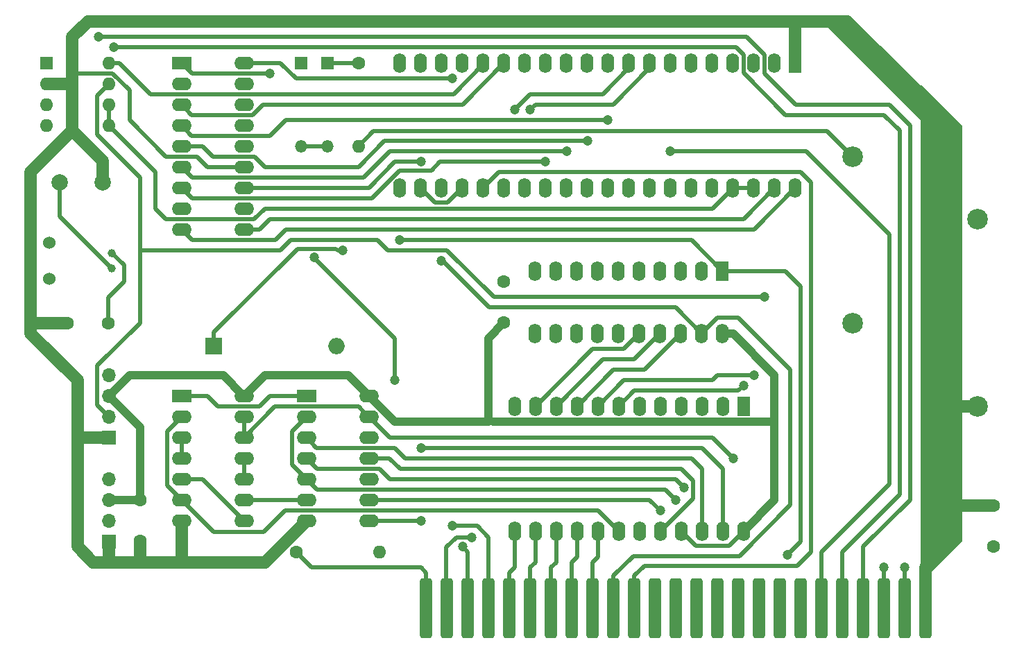
<source format=gbr>
%TF.GenerationSoftware,KiCad,Pcbnew,7.0.5-0*%
%TF.CreationDate,2023-06-19T18:26:53+02:00*%
%TF.ProjectId,Apple TimeMaster - reloaded,4170706c-6520-4546-996d-654d61737465,rev?*%
%TF.SameCoordinates,Original*%
%TF.FileFunction,Copper,L2,Bot*%
%TF.FilePolarity,Positive*%
%FSLAX46Y46*%
G04 Gerber Fmt 4.6, Leading zero omitted, Abs format (unit mm)*
G04 Created by KiCad (PCBNEW 7.0.5-0) date 2023-06-19 18:26:53*
%MOMM*%
%LPD*%
G01*
G04 APERTURE LIST*
G04 Aperture macros list*
%AMRoundRect*
0 Rectangle with rounded corners*
0 $1 Rounding radius*
0 $2 $3 $4 $5 $6 $7 $8 $9 X,Y pos of 4 corners*
0 Add a 4 corners polygon primitive as box body*
4,1,4,$2,$3,$4,$5,$6,$7,$8,$9,$2,$3,0*
0 Add four circle primitives for the rounded corners*
1,1,$1+$1,$2,$3*
1,1,$1+$1,$4,$5*
1,1,$1+$1,$6,$7*
1,1,$1+$1,$8,$9*
0 Add four rect primitives between the rounded corners*
20,1,$1+$1,$2,$3,$4,$5,0*
20,1,$1+$1,$4,$5,$6,$7,0*
20,1,$1+$1,$6,$7,$8,$9,0*
20,1,$1+$1,$8,$9,$2,$3,0*%
G04 Aperture macros list end*
%TA.AperFunction,ComponentPad*%
%ADD10C,1.600000*%
%TD*%
%TA.AperFunction,ComponentPad*%
%ADD11R,2.000000X2.000000*%
%TD*%
%TA.AperFunction,ComponentPad*%
%ADD12O,2.000000X2.000000*%
%TD*%
%TA.AperFunction,ComponentPad*%
%ADD13R,1.500000X1.500000*%
%TD*%
%TA.AperFunction,ComponentPad*%
%ADD14O,1.500000X1.500000*%
%TD*%
%TA.AperFunction,ComponentPad*%
%ADD15O,1.600000X1.600000*%
%TD*%
%TA.AperFunction,ComponentPad*%
%ADD16R,2.400000X1.600000*%
%TD*%
%TA.AperFunction,ComponentPad*%
%ADD17O,2.400000X1.600000*%
%TD*%
%TA.AperFunction,ComponentPad*%
%ADD18R,1.600000X2.400000*%
%TD*%
%TA.AperFunction,ComponentPad*%
%ADD19O,1.600000X2.400000*%
%TD*%
%TA.AperFunction,ComponentPad*%
%ADD20C,1.000000*%
%TD*%
%TA.AperFunction,ComponentPad*%
%ADD21C,1.524000*%
%TD*%
%TA.AperFunction,ComponentPad*%
%ADD22R,1.700000X1.700000*%
%TD*%
%TA.AperFunction,ComponentPad*%
%ADD23O,1.700000X1.700000*%
%TD*%
%TA.AperFunction,SMDPad,CuDef*%
%ADD24RoundRect,0.381000X0.381000X3.289000X-0.381000X3.289000X-0.381000X-3.289000X0.381000X-3.289000X0*%
%TD*%
%TA.AperFunction,ComponentPad*%
%ADD25C,2.524000*%
%TD*%
%TA.AperFunction,ComponentPad*%
%ADD26R,1.600000X1.600000*%
%TD*%
%TA.AperFunction,ComponentPad*%
%ADD27C,2.000000*%
%TD*%
%TA.AperFunction,ViaPad*%
%ADD28C,1.200000*%
%TD*%
%TA.AperFunction,Conductor*%
%ADD29C,1.000000*%
%TD*%
%TA.AperFunction,Conductor*%
%ADD30C,0.500000*%
%TD*%
%TA.AperFunction,Conductor*%
%ADD31C,1.500000*%
%TD*%
G04 APERTURE END LIST*
D10*
%TO.P,C5,1*%
%TO.N,/VSS*%
X137150000Y-90210000D03*
%TO.P,C5,2*%
%TO.N,Net-(D1-K)*%
X137150000Y-95210000D03*
%TD*%
D11*
%TO.P,C6,1*%
%TO.N,Net-(D2-K)*%
X101720000Y-98032500D03*
D12*
%TO.P,C6,2*%
%TO.N,/VSS*%
X116720000Y-98032500D03*
%TD*%
D13*
%TO.P,D1,1,K*%
%TO.N,Net-(D1-K)*%
X112395000Y-63500000D03*
D14*
%TO.P,D1,2,A*%
%TO.N,Net-(D1-A)*%
X112395000Y-73660000D03*
%TD*%
D10*
%TO.P,R2,1*%
%TO.N,Net-(J1-+12V)*%
X111760000Y-123190000D03*
D15*
%TO.P,R2,2*%
%TO.N,Net-(D1-A)*%
X121920000Y-123190000D03*
%TD*%
D16*
%TO.P,U1,1,VDD*%
%TO.N,Net-(D2-K)*%
X97790000Y-63500000D03*
D17*
%TO.P,U1,2,WRITE*%
%TO.N,Net-(U1-WRITE)*%
X97790000Y-66040000D03*
%TO.P,U1,3,READ*%
%TO.N,Net-(U1-READ)*%
X97790000Y-68580000D03*
%TO.P,U1,4,A0*%
%TO.N,/AC0*%
X97790000Y-71120000D03*
%TO.P,U1,5,A1*%
%TO.N,/AC1*%
X97790000Y-73660000D03*
%TO.P,U1,6,A2*%
%TO.N,/AC2*%
X97790000Y-76200000D03*
%TO.P,U1,7,A3*%
%TO.N,/AC3*%
X97790000Y-78740000D03*
%TO.P,U1,8,CS*%
%TO.N,Net-(D1-K)*%
X97790000Y-81280000D03*
%TO.P,U1,9,D0*%
%TO.N,Net-(U1-D0)*%
X97790000Y-83820000D03*
%TO.P,U1,10,D1*%
%TO.N,Net-(U1-D1)*%
X105410000Y-83820000D03*
%TO.P,U1,11,D2*%
%TO.N,Net-(U1-D2)*%
X105410000Y-81280000D03*
%TO.P,U1,12,D3*%
%TO.N,Net-(U1-D3)*%
X105410000Y-78740000D03*
%TO.P,U1,13,VSS*%
%TO.N,/VSS*%
X105410000Y-76200000D03*
%TO.P,U1,14,TEST*%
%TO.N,unconnected-(U1-TEST-Pad14)*%
X105410000Y-73660000D03*
%TO.P,U1,15,ADJ*%
%TO.N,Net-(J2-Pin_4)*%
X105410000Y-71120000D03*
%TO.P,U1,16,XT*%
%TO.N,Net-(U1-XT)*%
X105410000Y-68580000D03*
%TO.P,U1,17,/XT*%
%TO.N,Net-(U1-{slash}XT)*%
X105410000Y-66040000D03*
%TO.P,U1,18,HOLD*%
%TO.N,Net-(U1-HOLD)*%
X105410000Y-63500000D03*
%TD*%
D10*
%TO.P,C4,1*%
%TO.N,/VSS*%
X92710000Y-121880000D03*
%TO.P,C4,2*%
%TO.N,Net-(D1-K)*%
X92710000Y-116880000D03*
%TD*%
D18*
%TO.P,U3,1,VSS*%
%TO.N,/VSS*%
X172715000Y-63500000D03*
D19*
%TO.P,U3,2,PA0*%
%TO.N,Net-(U1-D0)*%
X170175000Y-63500000D03*
%TO.P,U3,3,PA1*%
%TO.N,Net-(U1-D1)*%
X167635000Y-63500000D03*
%TO.P,U3,4,PA2*%
%TO.N,Net-(U1-D2)*%
X165095000Y-63500000D03*
%TO.P,U3,5,PA3*%
%TO.N,Net-(U1-D3)*%
X162555000Y-63500000D03*
%TO.P,U3,6,PA4*%
%TO.N,Net-(J2-Pin_2)*%
X160015000Y-63500000D03*
%TO.P,U3,7,PA5*%
%TO.N,unconnected-(U3-PA5-Pad7)*%
X157475000Y-63500000D03*
%TO.P,U3,8,PA6*%
%TO.N,Net-(J3-Pin_2)*%
X154935000Y-63500000D03*
%TO.P,U3,9,PA7*%
%TO.N,Net-(J3-Pin_4)*%
X152395000Y-63500000D03*
%TO.P,U3,10,PB0*%
%TO.N,/AC0*%
X149855000Y-63500000D03*
%TO.P,U3,11,PB1*%
%TO.N,/AC1*%
X147315000Y-63500000D03*
%TO.P,U3,12,PB2*%
%TO.N,/AC2*%
X144775000Y-63500000D03*
%TO.P,U3,13,PB3*%
%TO.N,/AC3*%
X142235000Y-63500000D03*
%TO.P,U3,14,PB4*%
%TO.N,Net-(U1-HOLD)*%
X139695000Y-63500000D03*
%TO.P,U3,15,PB5*%
%TO.N,Net-(U1-READ)*%
X137155000Y-63500000D03*
%TO.P,U3,16,PB6*%
%TO.N,Net-(U3-PB6)*%
X134615000Y-63500000D03*
%TO.P,U3,17,PB7*%
%TO.N,unconnected-(U3-PB7-Pad17)*%
X132075000Y-63500000D03*
%TO.P,U3,18,CB1*%
%TO.N,Net-(U1-D2)*%
X129535000Y-63500000D03*
%TO.P,U3,19,CB2*%
%TO.N,Net-(U1-D3)*%
X126995000Y-63500000D03*
%TO.P,U3,20,VCC*%
%TO.N,Net-(D1-K)*%
X124455000Y-63500000D03*
%TO.P,U3,21,R/W*%
%TO.N,Net-(J1-R{slash}W)*%
X124455000Y-78740000D03*
%TO.P,U3,22,CS0*%
%TO.N,Net-(D1-K)*%
X126995000Y-78740000D03*
%TO.P,U3,23,/CS2*%
%TO.N,Net-(J1-{slash}DEVSEL)*%
X129535000Y-78740000D03*
%TO.P,U3,24,CS1*%
%TO.N,Net-(D1-K)*%
X132075000Y-78740000D03*
%TO.P,U3,25,E*%
%TO.N,Net-(J1-PHIO)*%
X134615000Y-78740000D03*
%TO.P,U3,26,D7*%
%TO.N,Net-(U2-A7)*%
X137155000Y-78740000D03*
%TO.P,U3,27,D6*%
%TO.N,Net-(U2-A6)*%
X139695000Y-78740000D03*
%TO.P,U3,28,D5*%
%TO.N,Net-(U2-A5)*%
X142235000Y-78740000D03*
%TO.P,U3,29,D4*%
%TO.N,Net-(U2-A4)*%
X144775000Y-78740000D03*
%TO.P,U3,30,D3*%
%TO.N,Net-(U2-A3)*%
X147315000Y-78740000D03*
%TO.P,U3,31,D2*%
%TO.N,Net-(U2-A2)*%
X149855000Y-78740000D03*
%TO.P,U3,32,D1*%
%TO.N,Net-(U2-A1)*%
X152395000Y-78740000D03*
%TO.P,U3,33,D0*%
%TO.N,Net-(U2-A0)*%
X154935000Y-78740000D03*
%TO.P,U3,34,/RES*%
%TO.N,Net-(J1-{slash}RES)*%
X157475000Y-78740000D03*
%TO.P,U3,35,RS1*%
%TO.N,/A1*%
X160015000Y-78740000D03*
%TO.P,U3,36,RS0*%
%TO.N,/A0*%
X162555000Y-78740000D03*
%TO.P,U3,37,/IRQB*%
%TO.N,Net-(U3-{slash}IRQA)*%
X165095000Y-78740000D03*
%TO.P,U3,38,/IRQA*%
X167635000Y-78740000D03*
%TO.P,U3,39,CA2*%
%TO.N,Net-(U1-D1)*%
X170175000Y-78740000D03*
%TO.P,U3,40,CA1*%
%TO.N,Net-(U1-D0)*%
X172715000Y-78740000D03*
%TD*%
D16*
%TO.P,U6,1*%
%TO.N,Net-(J1-{slash}IOSEL)*%
X113040000Y-104135000D03*
D17*
%TO.P,U6,2*%
%TO.N,/A9*%
X113040000Y-106675000D03*
%TO.P,U6,3*%
%TO.N,Net-(U4-A9)*%
X113040000Y-109215000D03*
%TO.P,U6,4*%
%TO.N,/A10*%
X113040000Y-111755000D03*
%TO.P,U6,5*%
%TO.N,/A9*%
X113040000Y-114295000D03*
%TO.P,U6,6*%
%TO.N,Net-(U5-Pad9)*%
X113040000Y-116835000D03*
%TO.P,U6,7,VSS*%
%TO.N,/VSS*%
X113040000Y-119375000D03*
%TO.P,U6,8*%
%TO.N,Net-(U4-A8)*%
X120660000Y-119375000D03*
%TO.P,U6,9*%
%TO.N,/A8*%
X120660000Y-116835000D03*
%TO.P,U6,10*%
%TO.N,Net-(J1-{slash}IOSEL)*%
X120660000Y-114295000D03*
%TO.P,U6,11*%
%TO.N,Net-(U4-{slash}G_VPP)*%
X120660000Y-111755000D03*
%TO.P,U6,12*%
%TO.N,Net-(J1-{slash}IOSEL)*%
X120660000Y-109215000D03*
%TO.P,U6,13*%
%TO.N,Net-(J1-{slash}IOSTRB)*%
X120660000Y-106675000D03*
%TO.P,U6,14,VCC*%
%TO.N,Net-(D1-K)*%
X120660000Y-104135000D03*
%TD*%
D20*
%TO.P,XTAL1,1,1*%
%TO.N,Net-(U1-{slash}XT)*%
X89300000Y-86677500D03*
%TO.P,XTAL1,2,2*%
%TO.N,Net-(U1-XT)*%
X89300000Y-88577500D03*
D21*
%TO.P,XTAL1,3*%
%TO.N,N/C*%
X81680000Y-89852500D03*
%TO.P,XTAL1,4*%
X81680000Y-85407500D03*
%TD*%
D22*
%TO.P,J3,1,Pin_1*%
%TO.N,/VSS*%
X88900000Y-121920000D03*
D23*
%TO.P,J3,2,Pin_2*%
%TO.N,Net-(J3-Pin_2)*%
X88900000Y-119380000D03*
%TO.P,J3,3,Pin_3*%
%TO.N,Net-(D1-K)*%
X88900000Y-116840000D03*
%TO.P,J3,4,Pin_4*%
%TO.N,Net-(J3-Pin_4)*%
X88900000Y-114300000D03*
%TD*%
D10*
%TO.P,C2,1*%
%TO.N,/VSS*%
X83860000Y-95250000D03*
%TO.P,C2,2*%
%TO.N,Net-(U1-{slash}XT)*%
X88860000Y-95250000D03*
%TD*%
%TO.P,R1,1*%
%TO.N,Net-(D2-K)*%
X119380000Y-63500000D03*
D15*
%TO.P,R1,2*%
%TO.N,Net-(BT1-+)*%
X119380000Y-73660000D03*
%TD*%
D22*
%TO.P,J2,1,Pin_1*%
%TO.N,/VSS*%
X88900000Y-109220000D03*
D23*
%TO.P,J2,2,Pin_2*%
%TO.N,Net-(J2-Pin_2)*%
X88900000Y-106680000D03*
%TO.P,J2,3,Pin_3*%
%TO.N,Net-(D1-K)*%
X88900000Y-104140000D03*
%TO.P,J2,4,Pin_4*%
%TO.N,Net-(J2-Pin_4)*%
X88900000Y-101600000D03*
%TD*%
D24*
%TO.P,J1,26,GND*%
%TO.N,/VSS*%
X188595000Y-130075000D03*
%TO.P,J1,27,DMAin*%
%TO.N,Net-(J1-DMAin)*%
X186055000Y-130075000D03*
%TO.P,J1,28,INTin*%
%TO.N,Net-(J1-INTin)*%
X183515000Y-130075000D03*
%TO.P,J1,29,/NMI*%
%TO.N,Net-(J1-{slash}NMI)*%
X180975000Y-130075000D03*
%TO.P,J1,30,/IRQ*%
%TO.N,Net-(J1-{slash}IRQ)*%
X178435000Y-130075000D03*
%TO.P,J1,31,/RES*%
%TO.N,Net-(J1-{slash}RES)*%
X175895000Y-130075000D03*
%TO.P,J1,32,/INH*%
%TO.N,unconnected-(J1-{slash}INH-Pad32)*%
X173355000Y-130075000D03*
%TO.P,J1,33,-12V*%
%TO.N,unconnected-(J1--12V-Pad33)*%
X170815000Y-130075000D03*
%TO.P,J1,34,-5V*%
%TO.N,unconnected-(J1--5V-Pad34)*%
X168275000Y-130075000D03*
%TO.P,J1,35,COLOR_R.*%
%TO.N,unconnected-(J1-COLOR_R.-Pad35)*%
X165735000Y-130075000D03*
%TO.P,J1,36,7M*%
%TO.N,unconnected-(J1-7M-Pad36)*%
X163195000Y-130075000D03*
%TO.P,J1,37,Q3*%
%TO.N,unconnected-(J1-Q3-Pad37)*%
X160655000Y-130075000D03*
%TO.P,J1,38,PHI1*%
%TO.N,unconnected-(J1-PHI1-Pad38)*%
X158115000Y-130075000D03*
%TO.P,J1,39,USER1*%
%TO.N,unconnected-(J1-USER1-Pad39)*%
X155575000Y-130075000D03*
%TO.P,J1,40,PHIO*%
%TO.N,Net-(J1-PHIO)*%
X153035000Y-130075000D03*
%TO.P,J1,41,/DEVSEL*%
%TO.N,Net-(J1-{slash}DEVSEL)*%
X150495000Y-130075000D03*
%TO.P,J1,42,D7*%
%TO.N,/D7*%
X147955000Y-130075000D03*
%TO.P,J1,43,D6*%
%TO.N,/D6*%
X145415000Y-130075000D03*
%TO.P,J1,44,D5*%
%TO.N,/D5*%
X142875000Y-130075000D03*
%TO.P,J1,45,D4*%
%TO.N,/D4*%
X140335000Y-130075000D03*
%TO.P,J1,46,D3*%
%TO.N,/D3*%
X137795000Y-130075000D03*
%TO.P,J1,47,D2*%
%TO.N,/D2*%
X135255000Y-130075000D03*
%TO.P,J1,48,D1*%
%TO.N,/D1*%
X132715000Y-130075000D03*
%TO.P,J1,49,D0*%
%TO.N,/D0*%
X130175000Y-130075000D03*
%TO.P,J1,50,+12V*%
%TO.N,Net-(J1-+12V)*%
X127635000Y-130075000D03*
%TD*%
D18*
%TO.P,U2,1,A->B*%
%TO.N,Net-(J1-R{slash}W)*%
X163820000Y-88910000D03*
D19*
%TO.P,U2,2,A0*%
%TO.N,Net-(U2-A0)*%
X161280000Y-88910000D03*
%TO.P,U2,3,A1*%
%TO.N,Net-(U2-A1)*%
X158740000Y-88910000D03*
%TO.P,U2,4,A2*%
%TO.N,Net-(U2-A2)*%
X156200000Y-88910000D03*
%TO.P,U2,5,A3*%
%TO.N,Net-(U2-A3)*%
X153660000Y-88910000D03*
%TO.P,U2,6,A4*%
%TO.N,Net-(U2-A4)*%
X151120000Y-88910000D03*
%TO.P,U2,7,A5*%
%TO.N,Net-(U2-A5)*%
X148580000Y-88910000D03*
%TO.P,U2,8,A6*%
%TO.N,Net-(U2-A6)*%
X146040000Y-88910000D03*
%TO.P,U2,9,A7*%
%TO.N,Net-(U2-A7)*%
X143500000Y-88910000D03*
%TO.P,U2,10,GND*%
%TO.N,/VSS*%
X140960000Y-88910000D03*
%TO.P,U2,11,B7*%
%TO.N,/D7*%
X140960000Y-96530000D03*
%TO.P,U2,12,B6*%
%TO.N,/D6*%
X143500000Y-96530000D03*
%TO.P,U2,13,B5*%
%TO.N,/D5*%
X146040000Y-96530000D03*
%TO.P,U2,14,B4*%
%TO.N,/D4*%
X148580000Y-96530000D03*
%TO.P,U2,15,B3*%
%TO.N,/D3*%
X151120000Y-96530000D03*
%TO.P,U2,16,B2*%
%TO.N,/D2*%
X153660000Y-96530000D03*
%TO.P,U2,17,B1*%
%TO.N,/D1*%
X156200000Y-96530000D03*
%TO.P,U2,18,B0*%
%TO.N,/D0*%
X158740000Y-96530000D03*
%TO.P,U2,19,/CE*%
%TO.N,Net-(J1-{slash}DEVSEL)*%
X161280000Y-96530000D03*
%TO.P,U2,20,VCC*%
%TO.N,Net-(D1-K)*%
X163820000Y-96530000D03*
%TD*%
D25*
%TO.P,BT1,1,+*%
%TO.N,Net-(BT1-+)*%
X179705000Y-74950000D03*
%TO.P,BT1,2,-*%
%TO.N,/VSS*%
X194945000Y-105450000D03*
%TO.P,BT1,NC*%
%TO.N,N/C*%
X179705000Y-95250000D03*
X194945000Y-82550000D03*
%TD*%
D18*
%TO.P,U4,1,A7*%
%TO.N,/A7*%
X166370000Y-105410000D03*
D19*
%TO.P,U4,2,A6*%
%TO.N,/A6*%
X163830000Y-105410000D03*
%TO.P,U4,3,A5*%
%TO.N,/A5*%
X161290000Y-105410000D03*
%TO.P,U4,4,A4*%
%TO.N,/A4*%
X158750000Y-105410000D03*
%TO.P,U4,5,A3*%
%TO.N,/A3*%
X156210000Y-105410000D03*
%TO.P,U4,6,A2*%
%TO.N,/A2*%
X153670000Y-105410000D03*
%TO.P,U4,7,A1*%
%TO.N,/A1*%
X151130000Y-105410000D03*
%TO.P,U4,8,A0*%
%TO.N,/A0*%
X148590000Y-105410000D03*
%TO.P,U4,9,D0*%
%TO.N,/D0*%
X146050000Y-105410000D03*
%TO.P,U4,10,D1*%
%TO.N,/D1*%
X143510000Y-105410000D03*
%TO.P,U4,11,D2*%
%TO.N,/D2*%
X140970000Y-105410000D03*
%TO.P,U4,12,VSS*%
%TO.N,/VSS*%
X138430000Y-105410000D03*
%TO.P,U4,13,D3*%
%TO.N,/D3*%
X138430000Y-120650000D03*
%TO.P,U4,14,D4*%
%TO.N,/D4*%
X140970000Y-120650000D03*
%TO.P,U4,15,D5*%
%TO.N,/D5*%
X143510000Y-120650000D03*
%TO.P,U4,16,D6*%
%TO.N,/D6*%
X146050000Y-120650000D03*
%TO.P,U4,17,D7*%
%TO.N,/D7*%
X148590000Y-120650000D03*
%TO.P,U4,18,/E*%
%TO.N,Net-(U4-{slash}E)*%
X151130000Y-120650000D03*
%TO.P,U4,19,A10*%
%TO.N,Net-(J2-Pin_2)*%
X153670000Y-120650000D03*
%TO.P,U4,20,/G_VPP*%
%TO.N,Net-(U4-{slash}G_VPP)*%
X156210000Y-120650000D03*
%TO.P,U4,21,A11*%
%TO.N,Net-(D1-K)*%
X158750000Y-120650000D03*
%TO.P,U4,22,A9*%
%TO.N,Net-(U4-A9)*%
X161290000Y-120650000D03*
%TO.P,U4,23,A8*%
%TO.N,Net-(U4-A8)*%
X163830000Y-120650000D03*
%TO.P,U4,24,VCC*%
%TO.N,Net-(D1-K)*%
X166370000Y-120650000D03*
%TD*%
D13*
%TO.P,D2,1,K*%
%TO.N,Net-(D2-K)*%
X115570000Y-63500000D03*
D14*
%TO.P,D2,2,A*%
%TO.N,Net-(D1-A)*%
X115570000Y-73660000D03*
%TD*%
D26*
%TO.P,SW1,1*%
%TO.N,Net-(U1-WRITE)*%
X81290000Y-63510000D03*
D15*
%TO.P,SW1,2*%
%TO.N,/VSS*%
X81290000Y-66050000D03*
%TO.P,SW1,3*%
%TO.N,Net-(J1-{slash}NMI)*%
X81290000Y-68590000D03*
%TO.P,SW1,4*%
%TO.N,Net-(J1-{slash}IRQ)*%
X81290000Y-71130000D03*
%TO.P,SW1,5*%
%TO.N,Net-(U3-{slash}IRQA)*%
X88910000Y-71130000D03*
%TO.P,SW1,6*%
X88910000Y-68590000D03*
%TO.P,SW1,7*%
%TO.N,Net-(J2-Pin_2)*%
X88910000Y-66050000D03*
%TO.P,SW1,8*%
%TO.N,Net-(U3-PB6)*%
X88910000Y-63510000D03*
%TD*%
D27*
%TO.P,C1,1*%
%TO.N,Net-(U1-XT)*%
X82931000Y-78105000D03*
%TO.P,C1,2*%
%TO.N,/VSS*%
X88138000Y-78105000D03*
%TD*%
D16*
%TO.P,U5,1*%
%TO.N,Net-(J1-{slash}IOSEL)*%
X97790000Y-104135000D03*
D17*
%TO.P,U5,2*%
%TO.N,Net-(U4-{slash}E)*%
X97790000Y-106675000D03*
%TO.P,U5,3*%
%TO.N,Net-(U5-Pad3)*%
X97790000Y-109215000D03*
%TO.P,U5,4*%
X97790000Y-111755000D03*
%TO.P,U5,5*%
%TO.N,Net-(U5-Pad5)*%
X97790000Y-114295000D03*
%TO.P,U5,6*%
%TO.N,Net-(U4-{slash}E)*%
X97790000Y-116835000D03*
%TO.P,U5,7,VSS*%
%TO.N,/VSS*%
X97790000Y-119375000D03*
%TO.P,U5,8*%
%TO.N,Net-(U5-Pad5)*%
X105410000Y-119375000D03*
%TO.P,U5,9*%
%TO.N,Net-(U5-Pad9)*%
X105410000Y-116835000D03*
%TO.P,U5,10*%
%TO.N,Net-(U5-Pad10)*%
X105410000Y-114295000D03*
%TO.P,U5,11*%
X105410000Y-111755000D03*
%TO.P,U5,12*%
%TO.N,Net-(J1-{slash}IOSTRB)*%
X105410000Y-109215000D03*
%TO.P,U5,13*%
X105410000Y-106675000D03*
%TO.P,U5,14,VCC*%
%TO.N,Net-(D1-K)*%
X105410000Y-104135000D03*
%TD*%
D10*
%TO.P,C3,1*%
%TO.N,/VSS*%
X196850000Y-117515000D03*
%TO.P,C3,2*%
%TO.N,Net-(D1-K)*%
X196850000Y-122515000D03*
%TD*%
D28*
%TO.N,Net-(D2-K)*%
X108585000Y-64770000D03*
X117475000Y-86360000D03*
%TO.N,Net-(D1-A)*%
X113982500Y-87215500D03*
X123825000Y-102235000D03*
%TO.N,/A0*%
X167640000Y-101600000D03*
%TO.N,/A1*%
X166370000Y-102870000D03*
%TO.N,/A8*%
X156210000Y-118110000D03*
%TO.N,/A9*%
X158115000Y-116840000D03*
%TO.N,/A10*%
X159155363Y-115340363D03*
%TO.N,Net-(J1-R{slash}W)*%
X124455000Y-85090000D03*
X171767500Y-123507500D03*
%TO.N,Net-(J1-{slash}IOSTRB)*%
X165100000Y-111760000D03*
%TO.N,Net-(J1-{slash}NMI)*%
X87630000Y-60325000D03*
%TO.N,Net-(J1-{slash}IRQ)*%
X89535000Y-61595000D03*
%TO.N,Net-(J1-{slash}RES)*%
X157475000Y-74295000D03*
%TO.N,Net-(J1-{slash}DEVSEL)*%
X129535000Y-87630000D03*
%TO.N,/D2*%
X130810000Y-120015000D03*
%TO.N,/D1*%
X132080000Y-122555000D03*
%TO.N,/D0*%
X133242891Y-121392109D03*
%TO.N,Net-(U1-D3)*%
X127000000Y-75565000D03*
%TO.N,/AC0*%
X149855000Y-70485000D03*
%TO.N,/AC1*%
X147320000Y-73025000D03*
%TO.N,/AC2*%
X144780000Y-74295000D03*
%TO.N,/AC3*%
X142235000Y-75565000D03*
%TO.N,Net-(U4-A8)*%
X127000000Y-119380000D03*
X127000000Y-110490000D03*
%TO.N,Net-(J2-Pin_2)*%
X168910000Y-92075000D03*
%TO.N,Net-(J3-Pin_2)*%
X140335000Y-69215000D03*
%TO.N,Net-(J3-Pin_4)*%
X138430000Y-69215000D03*
%TO.N,Net-(J1-INTin)*%
X183515000Y-125095000D03*
%TO.N,Net-(J1-DMAin)*%
X186055000Y-125095000D03*
%TO.N,Net-(U1-HOLD)*%
X130810000Y-65405000D03*
%TD*%
D29*
%TO.N,Net-(D1-K)*%
X105410000Y-104135000D02*
X105415000Y-104135000D01*
X135255000Y-107315000D02*
X123840000Y-107315000D01*
X165110000Y-96530000D02*
X163820000Y-96530000D01*
D30*
X158750000Y-120650000D02*
X160528000Y-122428000D01*
X128773000Y-80518000D02*
X130297000Y-80518000D01*
D29*
X135255000Y-97105000D02*
X135255000Y-107315000D01*
X105405000Y-104135000D02*
X105410000Y-104135000D01*
X88900000Y-104140000D02*
X91440000Y-101600000D01*
X92670000Y-116840000D02*
X92710000Y-116880000D01*
X88900000Y-116840000D02*
X92670000Y-116840000D01*
X92710000Y-116880000D02*
X92710000Y-107950000D01*
X170175000Y-107320000D02*
X170175000Y-101595000D01*
X118125000Y-101600000D02*
X120660000Y-104135000D01*
D30*
X160528000Y-122428000D02*
X164592000Y-122428000D01*
X126995000Y-78740000D02*
X128773000Y-80518000D01*
D29*
X135885000Y-107320000D02*
X170175000Y-107320000D01*
X137150000Y-95210000D02*
X135255000Y-97105000D01*
X102870000Y-101600000D02*
X105405000Y-104135000D01*
X91440000Y-101600000D02*
X102870000Y-101600000D01*
X123840000Y-107315000D02*
X120660000Y-104135000D01*
X92710000Y-107950000D02*
X88900000Y-104140000D01*
X105415000Y-104135000D02*
X107950000Y-101600000D01*
X170175000Y-116845000D02*
X166370000Y-120650000D01*
D30*
X164592000Y-122428000D02*
X166370000Y-120650000D01*
X130297000Y-80518000D02*
X132075000Y-78740000D01*
D29*
X107950000Y-101600000D02*
X118125000Y-101600000D01*
X170175000Y-107320000D02*
X170175000Y-116845000D01*
X170175000Y-101595000D02*
X165110000Y-96530000D01*
D30*
%TO.N,Net-(U1-XT)*%
X82931000Y-78105000D02*
X82931000Y-82208500D01*
X82931000Y-82208500D02*
X89300000Y-88577500D01*
%TO.N,Net-(U1-{slash}XT)*%
X90805000Y-88182500D02*
X89300000Y-86677500D01*
X90805000Y-90170000D02*
X90805000Y-88182500D01*
X88860000Y-95250000D02*
X88860000Y-92115000D01*
X88860000Y-92115000D02*
X90805000Y-90170000D01*
%TO.N,Net-(D2-K)*%
X99060000Y-64770000D02*
X97790000Y-63500000D01*
X108585000Y-64770000D02*
X99060000Y-64770000D01*
X119380000Y-63500000D02*
X115570000Y-63500000D01*
X111954500Y-86165500D02*
X101720000Y-96400000D01*
X116840000Y-86360000D02*
X116645500Y-86165500D01*
X101720000Y-96400000D02*
X101720000Y-98032500D01*
X116645500Y-86165500D02*
X111954500Y-86165500D01*
X117475000Y-86360000D02*
X116840000Y-86360000D01*
%TO.N,Net-(D1-A)*%
X115570000Y-73660000D02*
X112395000Y-73660000D01*
X113982500Y-87312500D02*
X123825000Y-97155000D01*
X113982500Y-87215500D02*
X113982500Y-87312500D01*
X123825000Y-97155000D02*
X123825000Y-102235000D01*
%TO.N,Net-(J1-{slash}IOSEL)*%
X102250000Y-105425000D02*
X107300000Y-105425000D01*
X100960000Y-104135000D02*
X102250000Y-105425000D01*
X108590000Y-104135000D02*
X113040000Y-104135000D01*
X107300000Y-105425000D02*
X108590000Y-104135000D01*
X97790000Y-104135000D02*
X100960000Y-104135000D01*
%TO.N,/A0*%
X151765000Y-102235000D02*
X148590000Y-105410000D01*
X163195000Y-101600000D02*
X162560000Y-102235000D01*
X162560000Y-102235000D02*
X151765000Y-102235000D01*
X167640000Y-101600000D02*
X163195000Y-101600000D01*
%TO.N,/A1*%
X166370000Y-102870000D02*
X165735000Y-103505000D01*
X153035000Y-103505000D02*
X151130000Y-105410000D01*
X165735000Y-103505000D02*
X153035000Y-103505000D01*
%TO.N,/A8*%
X120660000Y-116835000D02*
X154935000Y-116835000D01*
X154935000Y-116835000D02*
X156210000Y-118110000D01*
%TO.N,/A9*%
X111252000Y-112507000D02*
X113040000Y-114295000D01*
X111252000Y-108463000D02*
X111252000Y-112507000D01*
X158115000Y-116840000D02*
X156845000Y-115570000D01*
X113040000Y-106675000D02*
X111252000Y-108463000D01*
X156845000Y-115570000D02*
X114315000Y-115570000D01*
X114315000Y-115570000D02*
X113040000Y-114295000D01*
%TO.N,/A10*%
X159155363Y-115340363D02*
X158115000Y-114300000D01*
X121920000Y-113030000D02*
X114315000Y-113030000D01*
X158115000Y-114300000D02*
X123190000Y-114300000D01*
X123190000Y-114300000D02*
X121920000Y-113030000D01*
X114315000Y-113030000D02*
X113040000Y-111755000D01*
%TO.N,Net-(J1-R{slash}W)*%
X171450000Y-88900000D02*
X173355000Y-90805000D01*
X163820000Y-88890000D02*
X163820000Y-88910000D01*
X124455000Y-85090000D02*
X160020000Y-85090000D01*
X171440000Y-88910000D02*
X171450000Y-88900000D01*
X173355000Y-90805000D02*
X173355000Y-121920000D01*
X173355000Y-121920000D02*
X171767500Y-123507500D01*
X160020000Y-85090000D02*
X163820000Y-88890000D01*
X163820000Y-88910000D02*
X171440000Y-88910000D01*
%TO.N,Net-(J1-{slash}IOSTRB)*%
X105410000Y-109215000D02*
X109215000Y-105410000D01*
X105410000Y-109215000D02*
X105410000Y-106675000D01*
X165100000Y-111760000D02*
X162560000Y-109220000D01*
X120645000Y-106675000D02*
X120660000Y-106675000D01*
X119380000Y-105410000D02*
X120645000Y-106675000D01*
X123205000Y-109220000D02*
X120660000Y-106675000D01*
X162560000Y-109220000D02*
X123205000Y-109220000D01*
X109215000Y-105410000D02*
X119380000Y-105410000D01*
%TO.N,Net-(J1-{slash}NMI)*%
X168925000Y-63480000D02*
X168925000Y-64785000D01*
X87630000Y-60325000D02*
X166751000Y-60325000D01*
X172720000Y-68580000D02*
X184150000Y-68580000D01*
X168910000Y-62484000D02*
X168910000Y-63465000D01*
X168925000Y-64785000D02*
X172720000Y-68580000D01*
X166751000Y-60325000D02*
X168910000Y-62484000D01*
X186690000Y-71120000D02*
X186690000Y-116840000D01*
X186690000Y-116840000D02*
X180975000Y-122555000D01*
X168910000Y-63465000D02*
X168925000Y-63480000D01*
X184150000Y-68580000D02*
X186690000Y-71120000D01*
X180975000Y-122555000D02*
X180975000Y-130075000D01*
%TO.N,Net-(J1-{slash}IRQ)*%
X185420000Y-71755000D02*
X185420000Y-116205000D01*
X183515000Y-69850000D02*
X185420000Y-71755000D01*
X89535000Y-61595000D02*
X165481000Y-61595000D01*
X171516117Y-69850000D02*
X183515000Y-69850000D01*
X185420000Y-116205000D02*
X178435000Y-123190000D01*
X166385000Y-64718883D02*
X171516117Y-69850000D01*
X178435000Y-123190000D02*
X178435000Y-130075000D01*
X165481000Y-61595000D02*
X166385000Y-62499000D01*
X166385000Y-62499000D02*
X166385000Y-64718883D01*
%TO.N,Net-(J1-{slash}RES)*%
X175895000Y-130075000D02*
X175895000Y-123190000D01*
X175895000Y-123190000D02*
X184150000Y-114935000D01*
X173990000Y-74295000D02*
X157475000Y-74295000D01*
X184150000Y-114935000D02*
X184150000Y-84455000D01*
X184150000Y-84455000D02*
X173990000Y-74295000D01*
%TO.N,Net-(J1-PHIO)*%
X134615000Y-78745000D02*
X136525000Y-76835000D01*
X173355000Y-76835000D02*
X174625000Y-78105000D01*
X154271000Y-124875000D02*
X153035000Y-126111000D01*
X136525000Y-76835000D02*
X173355000Y-76835000D01*
X174625000Y-123190000D02*
X172940000Y-124875000D01*
X153035000Y-126111000D02*
X153035000Y-130075000D01*
X174625000Y-78105000D02*
X174625000Y-123190000D01*
X172940000Y-124875000D02*
X154271000Y-124875000D01*
%TO.N,Net-(J1-{slash}DEVSEL)*%
X152908000Y-123698000D02*
X150495000Y-126111000D01*
X150495000Y-126111000D02*
X150495000Y-130075000D01*
X165735000Y-94615000D02*
X172085000Y-100965000D01*
X129535000Y-87630000D02*
X129650250Y-87630000D01*
X129650250Y-87630000D02*
X135365250Y-93345000D01*
X172085000Y-117475000D02*
X165862000Y-123698000D01*
X172085000Y-100965000D02*
X172085000Y-117475000D01*
X158095000Y-93345000D02*
X161280000Y-96530000D01*
X165862000Y-123698000D02*
X152908000Y-123698000D01*
X163195000Y-94615000D02*
X165735000Y-94615000D01*
X161280000Y-96530000D02*
X163195000Y-94615000D01*
X135365250Y-93345000D02*
X158095000Y-93345000D01*
%TO.N,/D7*%
X147955000Y-124460000D02*
X147955000Y-130075000D01*
X148590000Y-120650000D02*
X148590000Y-123825000D01*
X148590000Y-123825000D02*
X147955000Y-124460000D01*
%TO.N,/D6*%
X146050000Y-120650000D02*
X146050000Y-123825000D01*
X145415000Y-124460000D02*
X145415000Y-130075000D01*
X146050000Y-123825000D02*
X145415000Y-124460000D01*
%TO.N,/D5*%
X143510000Y-120650000D02*
X143510000Y-124460000D01*
X143510000Y-124460000D02*
X142875000Y-125095000D01*
X142875000Y-125095000D02*
X142875000Y-130075000D01*
%TO.N,/D4*%
X140970000Y-120650000D02*
X140970000Y-124460000D01*
X140335000Y-125095000D02*
X140335000Y-130075000D01*
X140970000Y-124460000D02*
X140335000Y-125095000D01*
%TO.N,/D3*%
X138430000Y-120650000D02*
X138430000Y-125095000D01*
X137795000Y-125730000D02*
X137795000Y-130075000D01*
X138430000Y-125095000D02*
X137795000Y-125730000D01*
%TO.N,/D2*%
X140970000Y-105410000D02*
X147955000Y-98425000D01*
X135255000Y-121412000D02*
X135255000Y-130075000D01*
X151765000Y-98425000D02*
X153660000Y-96530000D01*
X130810000Y-120015000D02*
X133858000Y-120015000D01*
X133858000Y-120015000D02*
X135255000Y-121412000D01*
X147955000Y-98425000D02*
X151765000Y-98425000D01*
%TO.N,/D1*%
X132715000Y-123190000D02*
X132715000Y-130075000D01*
X153035000Y-99695000D02*
X156200000Y-96530000D01*
X149225000Y-99695000D02*
X153035000Y-99695000D01*
X143510000Y-105410000D02*
X149225000Y-99695000D01*
X132080000Y-122555000D02*
X132715000Y-123190000D01*
%TO.N,/D0*%
X150495000Y-100965000D02*
X154305000Y-100965000D01*
X133242891Y-121392109D02*
X131337891Y-121392109D01*
X146050000Y-105410000D02*
X150495000Y-100965000D01*
X130110000Y-122620000D02*
X130110000Y-130010000D01*
X130110000Y-130010000D02*
X130175000Y-130075000D01*
X154305000Y-100965000D02*
X158740000Y-96530000D01*
X131337891Y-121392109D02*
X130110000Y-122620000D01*
%TO.N,Net-(J1-+12V)*%
X127635000Y-125730000D02*
X127000000Y-125095000D01*
X127635000Y-130075000D02*
X127635000Y-125730000D01*
X127000000Y-125095000D02*
X113665000Y-125095000D01*
X113665000Y-125095000D02*
X111760000Y-123190000D01*
%TO.N,Net-(BT1-+)*%
X176575000Y-71820000D02*
X179705000Y-74950000D01*
X121220000Y-71820000D02*
X176575000Y-71820000D01*
X119380000Y-73660000D02*
X121220000Y-71820000D01*
%TO.N,Net-(U3-{slash}IRQA)*%
X106660000Y-82570000D02*
X95905000Y-82570000D01*
X88910000Y-68590000D02*
X88910000Y-71130000D01*
X165095000Y-78740000D02*
X167635000Y-78740000D01*
X107950000Y-81280000D02*
X106660000Y-82570000D01*
X165035000Y-78805000D02*
X162560000Y-81280000D01*
X94615000Y-76835000D02*
X88910000Y-71130000D01*
X95905000Y-82570000D02*
X94615000Y-81280000D01*
X162560000Y-81280000D02*
X107950000Y-81280000D01*
X94615000Y-81280000D02*
X94615000Y-76835000D01*
%TO.N,Net-(U3-PB6)*%
X134615000Y-63719925D02*
X134615000Y-63500000D01*
X88910000Y-63510000D02*
X88920000Y-63500000D01*
X88920000Y-63500000D02*
X90170000Y-63500000D01*
X131024925Y-67310000D02*
X134615000Y-63719925D01*
X90170000Y-63500000D02*
X93980000Y-67310000D01*
X93980000Y-67310000D02*
X131024925Y-67310000D01*
%TO.N,Net-(U1-READ)*%
X137155000Y-63505000D02*
X137155000Y-63500000D01*
X97790000Y-68580000D02*
X99040000Y-69830000D01*
X106446000Y-69830000D02*
X107696000Y-68580000D01*
X132080000Y-68580000D02*
X137155000Y-63505000D01*
X107696000Y-68580000D02*
X132080000Y-68580000D01*
X99040000Y-69830000D02*
X106446000Y-69830000D01*
%TO.N,Net-(U1-D0)*%
X167640000Y-83820000D02*
X172715000Y-78745000D01*
X172715000Y-78745000D02*
X172715000Y-78740000D01*
X99060000Y-85090000D02*
X109220000Y-85090000D01*
X109220000Y-85090000D02*
X110490000Y-83820000D01*
X110490000Y-83820000D02*
X167640000Y-83820000D01*
X97790000Y-83820000D02*
X99060000Y-85090000D01*
%TO.N,Net-(U1-D1)*%
X170175000Y-78745000D02*
X166370000Y-82550000D01*
X107315000Y-83820000D02*
X105410000Y-83820000D01*
X108585000Y-82550000D02*
X107315000Y-83820000D01*
X170175000Y-78740000D02*
X170175000Y-78745000D01*
X166370000Y-82550000D02*
X108585000Y-82550000D01*
%TO.N,Net-(U1-D3)*%
X127000000Y-75565000D02*
X123825000Y-75565000D01*
X123825000Y-75565000D02*
X120650000Y-78740000D01*
X120650000Y-78740000D02*
X105410000Y-78740000D01*
%TO.N,/AC0*%
X110490000Y-70485000D02*
X108605000Y-72370000D01*
X99040000Y-72370000D02*
X97790000Y-71120000D01*
X149855000Y-70485000D02*
X110490000Y-70485000D01*
X108605000Y-72370000D02*
X99040000Y-72370000D01*
%TO.N,/AC1*%
X100330000Y-73660000D02*
X97790000Y-73660000D01*
X101600000Y-74930000D02*
X100330000Y-73660000D01*
X122555000Y-73025000D02*
X119380000Y-76200000D01*
X147320000Y-73025000D02*
X122555000Y-73025000D01*
X107950000Y-76200000D02*
X106680000Y-74930000D01*
X119380000Y-76200000D02*
X107950000Y-76200000D01*
X106680000Y-74930000D02*
X101600000Y-74930000D01*
%TO.N,/AC2*%
X144780000Y-74295000D02*
X123190000Y-74295000D01*
X120015000Y-77470000D02*
X99060000Y-77470000D01*
X99060000Y-77470000D02*
X97790000Y-76200000D01*
X123190000Y-74295000D02*
X120015000Y-77470000D01*
%TO.N,/AC3*%
X124412233Y-76615000D02*
X121017233Y-80010000D01*
X128279962Y-76615000D02*
X124412233Y-76615000D01*
X121017233Y-80010000D02*
X99060000Y-80010000D01*
X99060000Y-80010000D02*
X97790000Y-78740000D01*
X129329962Y-75565000D02*
X128279962Y-76615000D01*
X142235000Y-75565000D02*
X129329962Y-75565000D01*
%TO.N,Net-(U4-{slash}E)*%
X96012000Y-108453000D02*
X96012000Y-115057000D01*
X97790000Y-106675000D02*
X96012000Y-108453000D01*
X101732000Y-120777000D02*
X107823000Y-120777000D01*
X107823000Y-120777000D02*
X110475000Y-118125000D01*
X148605000Y-118125000D02*
X151130000Y-120650000D01*
X110475000Y-118125000D02*
X148605000Y-118125000D01*
X97790000Y-116835000D02*
X101732000Y-120777000D01*
X96012000Y-115057000D02*
X97790000Y-116835000D01*
%TO.N,Net-(U4-{slash}G_VPP)*%
X124460000Y-113030000D02*
X123185000Y-111755000D01*
X160205363Y-116654637D02*
X160205363Y-114485363D01*
X158750000Y-113030000D02*
X124460000Y-113030000D01*
X156210000Y-120650000D02*
X160205363Y-116654637D01*
X160205363Y-114485363D02*
X158750000Y-113030000D01*
X123185000Y-111755000D02*
X120660000Y-111755000D01*
%TO.N,Net-(U4-A9)*%
X161290000Y-113030000D02*
X160020000Y-111760000D01*
X125095000Y-111760000D02*
X123800000Y-110465000D01*
X161290000Y-120650000D02*
X161290000Y-113030000D01*
X114290000Y-110465000D02*
X113040000Y-109215000D01*
X123800000Y-110465000D02*
X114290000Y-110465000D01*
X160020000Y-111760000D02*
X125095000Y-111760000D01*
%TO.N,Net-(U4-A8)*%
X163830000Y-113030000D02*
X163830000Y-120650000D01*
X161290000Y-110490000D02*
X163830000Y-113030000D01*
X127000000Y-110490000D02*
X161290000Y-110490000D01*
X126995000Y-119375000D02*
X120660000Y-119375000D01*
X127000000Y-119380000D02*
X126995000Y-119375000D01*
%TO.N,Net-(U5-Pad3)*%
X97790000Y-111755000D02*
X97790000Y-109215000D01*
%TO.N,Net-(U5-Pad5)*%
X100330000Y-114295000D02*
X105410000Y-119375000D01*
X97790000Y-114295000D02*
X100330000Y-114295000D01*
%TO.N,Net-(U5-Pad9)*%
X105410000Y-116835000D02*
X113040000Y-116835000D01*
%TO.N,Net-(U5-Pad10)*%
X105410000Y-114295000D02*
X105410000Y-111755000D01*
%TO.N,Net-(J2-Pin_2)*%
X87503000Y-105283000D02*
X87503000Y-100457000D01*
X111125000Y-85090000D02*
X109855000Y-86360000D01*
X87503000Y-72263000D02*
X87503000Y-67457000D01*
X87503000Y-100457000D02*
X92710000Y-95250000D01*
X87503000Y-67457000D02*
X88910000Y-66050000D01*
X135890000Y-92075000D02*
X130175000Y-86360000D01*
X130175000Y-86360000D02*
X122975075Y-86360000D01*
X92710000Y-95250000D02*
X92710000Y-86360000D01*
X168910000Y-92075000D02*
X135890000Y-92075000D01*
X92710000Y-77470000D02*
X87503000Y-72263000D01*
X88900000Y-106680000D02*
X87503000Y-105283000D01*
X121705075Y-85090000D02*
X111125000Y-85090000D01*
X122975075Y-86360000D02*
X121705075Y-85090000D01*
X109855000Y-86360000D02*
X92710000Y-86360000D01*
X92710000Y-86360000D02*
X92710000Y-77470000D01*
%TO.N,Net-(J3-Pin_2)*%
X150495000Y-68580000D02*
X154935000Y-64140000D01*
X140970000Y-68580000D02*
X150495000Y-68580000D01*
X140335000Y-69215000D02*
X140970000Y-68580000D01*
X154935000Y-64140000D02*
X154935000Y-63500000D01*
%TO.N,Net-(J3-Pin_4)*%
X152395000Y-64140000D02*
X152395000Y-63500000D01*
X149225000Y-67310000D02*
X152395000Y-64140000D01*
X140335000Y-67310000D02*
X149225000Y-67310000D01*
X138430000Y-69215000D02*
X140335000Y-67310000D01*
%TO.N,Net-(J1-INTin)*%
X183515000Y-125095000D02*
X183515000Y-130075000D01*
%TO.N,Net-(J1-DMAin)*%
X186055000Y-125095000D02*
X186055000Y-130075000D01*
D31*
%TO.N,/VSS*%
X88138000Y-75438000D02*
X88138000Y-78105000D01*
X84455000Y-60325000D02*
X84455000Y-64770000D01*
X88900000Y-121920000D02*
X88900000Y-124460000D01*
X85090000Y-122555000D02*
X86995000Y-124460000D01*
D30*
X100965000Y-76200000D02*
X99695000Y-74930000D01*
D31*
X88900000Y-109220000D02*
X85090000Y-109220000D01*
X86360000Y-58420000D02*
X84455000Y-60325000D01*
D30*
X105410000Y-76200000D02*
X100965000Y-76200000D01*
D31*
X172715000Y-63500000D02*
X172715000Y-58425000D01*
X84445000Y-66050000D02*
X84455000Y-66040000D01*
X86995000Y-124460000D02*
X88900000Y-124460000D01*
X88900000Y-124460000D02*
X92710000Y-124460000D01*
X191770000Y-105450000D02*
X191770000Y-117515000D01*
D30*
X95885000Y-74930000D02*
X91440000Y-70485000D01*
D31*
X81290000Y-66050000D02*
X84445000Y-66050000D01*
X84455000Y-71755000D02*
X79375000Y-76835000D01*
X172715000Y-58425000D02*
X172720000Y-58420000D01*
D30*
X99695000Y-74930000D02*
X95885000Y-74930000D01*
D31*
X79375000Y-96520000D02*
X85090000Y-102235000D01*
X84455000Y-66040000D02*
X84455000Y-71755000D01*
X188595000Y-130075000D02*
X188595000Y-125095000D01*
X92710000Y-124460000D02*
X97790000Y-124460000D01*
X191770000Y-71124189D02*
X179065811Y-58420000D01*
X172720000Y-58420000D02*
X86360000Y-58420000D01*
X92710000Y-121880000D02*
X92710000Y-124460000D01*
X107955000Y-124460000D02*
X113040000Y-119375000D01*
X79375000Y-95250000D02*
X79375000Y-96520000D01*
X191770000Y-121920000D02*
X191770000Y-117515000D01*
X79375000Y-76835000D02*
X79375000Y-95250000D01*
X194945000Y-105450000D02*
X191770000Y-105450000D01*
D30*
X91440000Y-66812233D02*
X89397767Y-64770000D01*
D31*
X85090000Y-109220000D02*
X85090000Y-122555000D01*
X191770000Y-117515000D02*
X196850000Y-117515000D01*
X97790000Y-124460000D02*
X107955000Y-124460000D01*
X84455000Y-71755000D02*
X88138000Y-75438000D01*
X179065811Y-58420000D02*
X172720000Y-58420000D01*
X97790000Y-119375000D02*
X97790000Y-124460000D01*
D30*
X91440000Y-70485000D02*
X91440000Y-66812233D01*
D31*
X188595000Y-125095000D02*
X191770000Y-121920000D01*
X85090000Y-102235000D02*
X85090000Y-109220000D01*
X191770000Y-105450000D02*
X191770000Y-71124189D01*
D30*
X89397767Y-64770000D02*
X84455000Y-64770000D01*
D31*
X84455000Y-64770000D02*
X84455000Y-66040000D01*
X79375000Y-95250000D02*
X83860000Y-95250000D01*
D30*
%TO.N,Net-(U1-HOLD)*%
X130810000Y-65405000D02*
X111760000Y-65405000D01*
X111760000Y-65405000D02*
X109855000Y-63500000D01*
X109855000Y-63500000D02*
X105410000Y-63500000D01*
%TD*%
%TA.AperFunction,Conductor*%
%TO.N,/VSS*%
G36*
X179085677Y-58439685D02*
G01*
X179106319Y-58456319D01*
X187959999Y-67310000D01*
X187959999Y-67309999D01*
X188595000Y-67945000D01*
X188595000Y-71120000D01*
X176106680Y-58631681D01*
X176073196Y-58570358D01*
X176078180Y-58500666D01*
X176120052Y-58444733D01*
X176185516Y-58420316D01*
X176194362Y-58420000D01*
X179018638Y-58420000D01*
X179085677Y-58439685D01*
G37*
%TD.AperFunction*%
%TD*%
%TA.AperFunction,Conductor*%
%TO.N,/VSS*%
G36*
X188165203Y-66245649D02*
G01*
X188171681Y-66251681D01*
X193003681Y-71083681D01*
X193037166Y-71145004D01*
X193040000Y-71171362D01*
X193040000Y-121868638D01*
X193020315Y-121935677D01*
X193003681Y-121956319D01*
X189317681Y-125642319D01*
X189256358Y-125675804D01*
X189186666Y-125670820D01*
X189142319Y-125642319D01*
X187996319Y-124496319D01*
X187962834Y-124434996D01*
X187960000Y-124408638D01*
X187960000Y-70485000D01*
X188595000Y-71120000D01*
X188595000Y-67945000D01*
X187960000Y-67310000D01*
X187960000Y-67309999D01*
X187960000Y-66339362D01*
X187979685Y-66272323D01*
X188032489Y-66226568D01*
X188101647Y-66216624D01*
X188165203Y-66245649D01*
G37*
%TD.AperFunction*%
%TD*%
M02*

</source>
